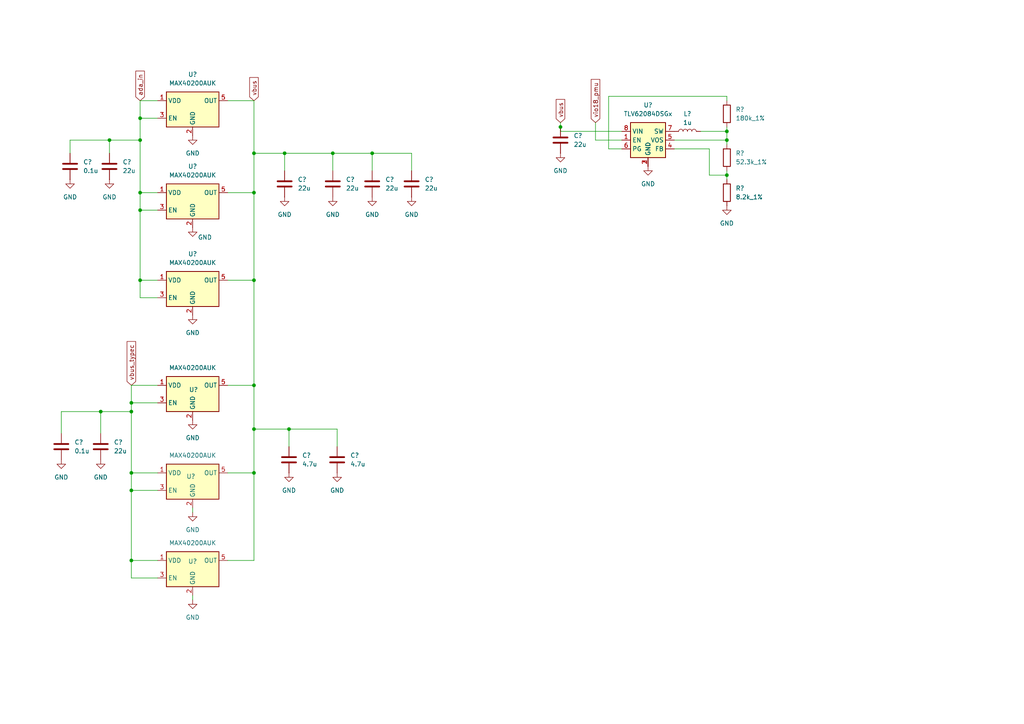
<source format=kicad_sch>
(kicad_sch (version 20250114) (generator "eeschema") (generator_version "9.0")
  (paper "A4")
  (lib_symbols
    (symbol "Analog_Switch:MAX40200AUK"
      (property "Reference" "U" (at -6.35 6.35 0))
      (property "Value" "MAX40200AUK" (at 7.62 6.35 0))
      (symbol "MAX40200AUK_1_1"
        (rectangle (start -7.62 -5.08) (end 7.62 5.08) (stroke (width 0.254)) (fill (type background)))
        (pin power_in line (at -10.16 2.54 0) (length 2.54) (name "VDD") (number "1"))
        (pin input line (at -10.16 -2.54 0) (length 2.54) (name "EN") (number "3"))
        (pin power_in line (at 0 -7.62 90) (length 2.54) (name "GND") (number "2"))
        (pin no_connect line (at 7.62 -2.54 180) (length 2.54) (hide yes) (name "NC") (number "4"))
        (pin passive line (at 10.16 2.54 180) (length 2.54) (name "OUT") (number "5"))
      )
    )
    (symbol "Device:C" (pin_numbers (hide yes)) (pin_names (offset 0.254))
      (property "Reference" "C" (at 0.635 2.54 0))
      (property "Value" "C" (at 0.635 -2.54 0))
      (symbol "C_0_1"
        (polyline (pts (xy -2.032 0.762) (xy 2.032 0.762)) (stroke (width 0.508)))
        (polyline (pts (xy -2.032 -0.762) (xy 2.032 -0.762)) (stroke (width 0.508)))
      )
      (symbol "C_1_1"
        (pin passive line (at 0 3.81 270) (length 2.794) (name "~") (number "1"))
        (pin passive line (at 0 -3.81 90) (length 2.794) (name "~") (number "2"))
      )
    )
    (symbol "Device:L" (pin_numbers (hide yes)) (pin_names (offset 1.016) (hide yes))
      (property "Reference" "L" (at -1.27 0 90))
      (property "Value" "L" (at 1.905 0 90))
      (symbol "L_0_1"
        (arc (start 0 2.54) (mid 0.6323 1.905) (end 0 1.27))
        (arc (start 0 1.27) (mid 0.6323 0.635) (end 0 0))
        (arc (start 0 0) (mid 0.6323 -0.635) (end 0 -1.27))
        (arc (start 0 -1.27) (mid 0.6323 -1.905) (end 0 -2.54))
      )
      (symbol "L_1_1"
        (pin passive line (at 0 3.81 270) (length 1.27) (name "1") (number "1"))
        (pin passive line (at 0 -3.81 90) (length 1.27) (name "2") (number "2"))
      )
    )
    (symbol "Device:R" (pin_numbers (hide yes)) (pin_names (offset 0))
      (property "Reference" "R" (at 2.032 0 90))
      (property "Value" "R" (at 0 0 90))
      (symbol "R_0_1"
        (rectangle (start -1.016 -2.54) (end 1.016 2.54) (stroke (width 0.254)))
      )
      (symbol "R_1_1"
        (pin passive line (at 0 3.81 270) (length 1.27) (name "~") (number "1"))
        (pin passive line (at 0 -3.81 90) (length 1.27) (name "~") (number "2"))
      )
    )
    (symbol "Regulator_Switching:TLV62084DSGx"
      (property "Reference" "U" (at -3.81 6.35 0))
      (property "Value" "TLV62084DSGx" (at 7.62 6.35 0))
      (symbol "TLV62084DSGx_0_1"
        (rectangle (start -5.08 -5.08) (end 5.08 5.08) (stroke (width 0.254)) (fill (type background)))
        (pin power_in line (at -7.62 2.54 0) (length 2.54) (name "VIN") (number "8"))
        (pin input line (at -7.62 0 0) (length 2.54) (name "EN") (number "1"))
        (pin open_collector line (at -7.62 -2.54 0) (length 2.54) (name "PG") (number "6"))
        (pin power_in line (at 0 -7.62 90) (length 2.54) (name "GND") (number "2"))
        (pin power_in line (at 0 -7.62 90) (length 2.54) (name "GND") (number "3"))
        (pin passive line (at 0 -7.62 90) (length 2.54) (hide yes) (name "GND") (number "9"))
        (pin power_out line (at 7.62 2.54 180) (length 2.54) (name "SW") (number "7"))
        (pin input line (at 7.62 0 180) (length 2.54) (name "VOS") (number "5"))
        (pin input line (at 7.62 -2.54 180) (length 2.54) (name "FB") (number "4"))
      )
    )
    (symbol "power:GND" (power) (pin_numbers (hide yes)) (pin_names (offset 0) (hide yes))
      (property "Value" "GND" (at 0 -3.81 0))
      (symbol "GND_0_1"
        (polyline (pts (xy 0 0) (xy 0 -1.27) (xy 1.27 -1.27) (xy 0 -2.54) (xy -1.27 -1.27) (xy 0 -1.27)))
      )
      (symbol "GND_1_1"
        (pin power_in line (at 0 0 270) (length 0) (name "~") (number "1"))
      )
    )
  )
  (junction (at 107.95 44.45))
  (junction (at 210.82 38.1))
  (junction (at 73.66 111.76))
  (junction (at 82.55 44.45))
  (junction (at 31.75 40.64))
  (junction (at 83.82 124.46))
  (junction (at 73.66 81.28))
  (junction (at 73.66 124.46))
  (junction (at 29.21 119.38))
  (junction (at 73.66 137.16))
  (junction (at 40.64 60.96))
  (junction (at 73.66 44.45))
  (junction (at 38.1 137.16))
  (junction (at 210.82 50.8))
  (junction (at 38.1 116.84))
  (junction (at 40.64 34.29))
  (junction (at 40.64 81.28))
  (junction (at 40.64 40.64))
  (junction (at 210.82 40.64))
  (junction (at 38.1 142.24))
  (junction (at 73.66 55.88))
  (junction (at 162.56 36.83))
  (junction (at 38.1 162.56))
  (junction (at 96.52 44.45))
  (junction (at 40.64 55.88))
  (junction (at 38.1 119.38))
  (wire (pts (xy 31.75 40.64) (xy 31.75 44.45)))
  (wire (pts (xy 40.64 81.28) (xy 45.72 81.28)))
  (wire (pts (xy 20.32 40.64) (xy 31.75 40.64)))
  (wire (pts (xy 40.64 29.21) (xy 40.64 34.29)))
  (wire (pts (xy 40.64 81.28) (xy 40.64 86.36)))
  (wire (pts (xy 40.64 55.88) (xy 45.72 55.88)))
  (wire (pts (xy 82.55 49.53) (xy 82.55 44.45)))
  (wire (pts (xy 40.64 55.88) (xy 40.64 60.96)))
  (wire (pts (xy 66.04 55.88) (xy 73.66 55.88)))
  (wire (pts (xy 40.64 40.64) (xy 40.64 55.88)))
  (wire (pts (xy 38.1 137.16) (xy 45.72 137.16)))
  (wire (pts (xy 66.04 29.21) (xy 73.66 29.21)))
  (wire (pts (xy 210.82 50.8) (xy 210.82 52.07)))
  (wire (pts (xy 29.21 119.38) (xy 38.1 119.38)))
  (wire (pts (xy 31.75 40.64) (xy 40.64 40.64)))
  (wire (pts (xy 176.53 27.94) (xy 210.82 27.94)))
  (wire (pts (xy 40.64 34.29) (xy 45.72 34.29)))
  (wire (pts (xy 38.1 162.56) (xy 45.72 162.56)))
  (wire (pts (xy 38.1 167.64) (xy 45.72 167.64)))
  (wire (pts (xy 40.64 86.36) (xy 45.72 86.36)))
  (wire (pts (xy 66.04 137.16) (xy 73.66 137.16)))
  (wire (pts (xy 17.78 125.73) (xy 17.78 119.38)))
  (wire (pts (xy 38.1 142.24) (xy 38.1 162.56)))
  (wire (pts (xy 73.66 44.45) (xy 73.66 55.88)))
  (wire (pts (xy 162.56 38.1) (xy 162.56 36.83)))
  (wire (pts (xy 195.58 43.18) (xy 205.74 43.18)))
  (wire (pts (xy 210.82 36.83) (xy 210.82 38.1)))
  (wire (pts (xy 66.04 81.28) (xy 73.66 81.28)))
  (wire (pts (xy 172.72 40.64) (xy 180.34 40.64)))
  (wire (pts (xy 29.21 119.38) (xy 29.21 125.73)))
  (wire (pts (xy 40.64 34.29) (xy 40.64 40.64)))
  (wire (pts (xy 66.04 111.76) (xy 73.66 111.76)))
  (wire (pts (xy 73.66 44.45) (xy 82.55 44.45)))
  (wire (pts (xy 119.38 44.45) (xy 119.38 49.53)))
  (wire (pts (xy 162.56 38.1) (xy 180.34 38.1)))
  (wire (pts (xy 96.52 44.45) (xy 107.95 44.45)))
  (wire (pts (xy 73.66 124.46) (xy 83.82 124.46)))
  (wire (pts (xy 195.58 40.64) (xy 210.82 40.64)))
  (wire (pts (xy 210.82 41.91) (xy 210.82 40.64)))
  (wire (pts (xy 205.74 43.18) (xy 205.74 50.8)))
  (wire (pts (xy 55.88 148.59) (xy 55.88 147.32)))
  (wire (pts (xy 38.1 162.56) (xy 38.1 167.64)))
  (wire (pts (xy 205.74 50.8) (xy 210.82 50.8)))
  (wire (pts (xy 210.82 38.1) (xy 210.82 40.64)))
  (wire (pts (xy 73.66 162.56) (xy 66.04 162.56)))
  (wire (pts (xy 40.64 60.96) (xy 45.72 60.96)))
  (wire (pts (xy 38.1 142.24) (xy 45.72 142.24)))
  (wire (pts (xy 38.1 137.16) (xy 38.1 142.24)))
  (wire (pts (xy 162.56 35.56) (xy 162.56 36.83)))
  (wire (pts (xy 83.82 124.46) (xy 97.79 124.46)))
  (wire (pts (xy 82.55 44.45) (xy 96.52 44.45)))
  (wire (pts (xy 38.1 116.84) (xy 38.1 119.38)))
  (wire (pts (xy 38.1 119.38) (xy 38.1 137.16)))
  (wire (pts (xy 210.82 49.53) (xy 210.82 50.8)))
  (wire (pts (xy 38.1 111.76) (xy 38.1 116.84)))
  (wire (pts (xy 73.66 55.88) (xy 73.66 81.28)))
  (wire (pts (xy 45.72 29.21) (xy 40.64 29.21)))
  (wire (pts (xy 107.95 44.45) (xy 107.95 49.53)))
  (wire (pts (xy 73.66 81.28) (xy 73.66 111.76)))
  (wire (pts (xy 210.82 27.94) (xy 210.82 29.21)))
  (wire (pts (xy 203.2 38.1) (xy 210.82 38.1)))
  (wire (pts (xy 107.95 44.45) (xy 119.38 44.45)))
  (wire (pts (xy 83.82 124.46) (xy 83.82 129.54)))
  (wire (pts (xy 17.78 119.38) (xy 29.21 119.38)))
  (wire (pts (xy 73.66 137.16) (xy 73.66 162.56)))
  (wire (pts (xy 96.52 44.45) (xy 96.52 49.53)))
  (wire (pts (xy 45.72 111.76) (xy 38.1 111.76)))
  (wire (pts (xy 73.66 29.21) (xy 73.66 44.45)))
  (wire (pts (xy 73.66 111.76) (xy 73.66 124.46)))
  (wire (pts (xy 176.53 43.18) (xy 176.53 27.94)))
  (wire (pts (xy 40.64 60.96) (xy 40.64 81.28)))
  (wire (pts (xy 180.34 43.18) (xy 176.53 43.18)))
  (wire (pts (xy 38.1 116.84) (xy 45.72 116.84)))
  (wire (pts (xy 73.66 124.46) (xy 73.66 137.16)))
  (wire (pts (xy 172.72 35.56) (xy 172.72 40.64)))
  (wire (pts (xy 20.32 44.45) (xy 20.32 40.64)))
  (wire (pts (xy 97.79 124.46) (xy 97.79 129.54)))
  (wire (pts (xy 55.88 172.72) (xy 55.88 173.99)))
  (global_label "vbus_typec" (shape input) (at 38.1 111.76 90) (property "Intersheetrefs" "${INTERSHEET_REFS}" (effects (hide yes))))
  (global_label "vbus" (shape input) (at 162.56 35.56 90) (property "Intersheetrefs" "${INTERSHEET_REFS}" (effects (hide yes))))
  (global_label "vio18_pmu" (shape input) (at 172.72 35.56 90) (property "Intersheetrefs" "${INTERSHEET_REFS}" (effects (hide yes))))
  (global_label "ada_in" (shape input) (at 40.64 29.21 90) (property "Intersheetrefs" "${INTERSHEET_REFS}" (effects (hide yes))))
  (global_label "vbus" (shape input) (at 73.66 29.21 90) (property "Intersheetrefs" "${INTERSHEET_REFS}" (effects (hide yes))))
  (symbol (lib_id "Device:C") (at 97.79 133.35 0) (unit 1)
    (property "Reference" "C?" (at 101.6 132.0799 0) (effects (justify left)))
    (property "Value" "4.7u" (at 101.6 134.6199 0) (effects (justify left)))
    (property "Description" "Unpolarized capacitor" (effects (hide yes)))
  )
  (symbol (lib_id "Device:C") (at 29.21 129.54 0) (unit 1)
    (property "Reference" "C?" (at 33.02 128.2699 0) (effects (justify left)))
    (property "Value" "22u" (at 33.02 130.8099 0) (effects (justify left)))
    (property "Description" "Unpolarized capacitor" (effects (hide yes)))
  )
  (symbol (lib_id "power:GND") (at 20.32 52.07 0) (unit 1)
    (property "Reference" "#PWR?" (effects (hide yes)))
    (property "Value" "GND" (at 20.32 57.15 0))
    (property "Description" "Power symbol creates a global label with name \"GND\" , ground" (effects (hide yes)))
  )
  (symbol (lib_id "power:GND") (at 55.88 173.99 0) (unit 1)
    (property "Reference" "#PWR?" (effects (hide yes)))
    (property "Value" "GND" (at 55.88 179.07 0))
    (property "Description" "Power symbol creates a global label with name \"GND\" , ground" (effects (hide yes)))
  )
  (symbol (lib_id "power:GND") (at 187.96 48.26 0) (unit 1)
    (property "Reference" "#PWR?" (effects (hide yes)))
    (property "Value" "GND" (at 187.96 53.34 0))
    (property "Description" "Power symbol creates a global label with name \"GND\" , ground" (effects (hide yes)))
  )
  (symbol (lib_id "power:GND") (at 162.56 44.45 0) (unit 1)
    (property "Reference" "#PWR?" (effects (hide yes)))
    (property "Value" "GND" (at 162.56 49.53 0))
    (property "Description" "Power symbol creates a global label with name \"GND\" , ground" (effects (hide yes)))
  )
  (symbol (lib_id "Regulator_Switching:TLV62084DSGx") (at 187.96 40.64 0) (unit 1)
    (property "Reference" "U?" (at 187.96 30.48 0))
    (property "Value" "TLV62084DSGx" (at 187.96 33.02 0))
    (property "Footprint" "Package_SON:WSON-8-1EP_2x2mm_P0.5mm_EP0.9x1.6mm" (effects (hide yes)))
    (property "Datasheet" "http://www.ti.com/lit/ds/symlink/tlv62080.pdf" (effects (hide yes)))
    (property "Description" "High-efficiency Step-down Converter" (effects (hide yes)))
  )
  (symbol (lib_id "power:GND") (at 107.95 57.15 0) (unit 1)
    (property "Reference" "#PWR?" (effects (hide yes)))
    (property "Value" "GND" (at 107.95 62.23 0))
    (property "Description" "Power symbol creates a global label with name \"GND\" , ground" (effects (hide yes)))
  )
  (symbol (lib_id "Analog_Switch:MAX40200AUK") (at 55.88 139.7 0) (unit 1)
    (property "Reference" "U?" (at 55.372 138.176 0))
    (property "Value" "MAX40200AUK" (at 55.88 132.08 0))
    (property "Footprint" "Package_TO_SOT_SMD:SOT-23-5" (effects (hide yes)))
    (property "Datasheet" "https://datasheets.maximintegrated.com/en/ds/MAX40200.pdf" (effects (hide yes)))
    (property "Description" "Ideal Diode, Ultra-Low Voltage Drop, 1.5-5.5V, 1A, SOT-23-5" (effects (hide yes)))
  )
  (symbol (lib_id "Device:C") (at 107.95 53.34 0) (unit 1)
    (property "Reference" "C?" (at 111.76 52.0699 0) (effects (justify left)))
    (property "Value" "22u" (at 111.76 54.6099 0) (effects (justify left)))
    (property "Description" "Unpolarized capacitor" (effects (hide yes)))
  )
  (symbol (lib_id "power:GND") (at 55.88 66.04 0) (unit 1)
    (property "Reference" "#PWR?" (effects (hide yes)))
    (property "Value" "GND" (at 59.436 68.834 0))
    (property "Description" "Power symbol creates a global label with name \"GND\" , ground" (effects (hide yes)))
  )
  (symbol (lib_id "Device:C") (at 162.56 40.64 0) (unit 1)
    (property "Reference" "C?" (at 166.37 39.3699 0) (effects (justify left)))
    (property "Value" "22u" (at 166.37 41.9099 0) (effects (justify left)))
    (property "Description" "Unpolarized capacitor" (effects (hide yes)))
  )
  (symbol (lib_id "Analog_Switch:MAX40200AUK") (at 55.88 58.42 0) (unit 1)
    (property "Reference" "U?" (at 55.88 48.26 0))
    (property "Value" "MAX40200AUK" (at 55.88 50.8 0))
    (property "Footprint" "Package_TO_SOT_SMD:SOT-23-5" (effects (hide yes)))
    (property "Datasheet" "https://datasheets.maximintegrated.com/en/ds/MAX40200.pdf" (effects (hide yes)))
    (property "Description" "Ideal Diode, Ultra-Low Voltage Drop, 1.5-5.5V, 1A, SOT-23-5" (effects (hide yes)))
  )
  (symbol (lib_id "Analog_Switch:MAX40200AUK") (at 55.88 31.75 0) (unit 1)
    (property "Reference" "U?" (at 55.88 21.59 0))
    (property "Value" "MAX40200AUK" (at 55.88 24.13 0))
    (property "Footprint" "Package_TO_SOT_SMD:SOT-23-5" (effects (hide yes)))
    (property "Datasheet" "https://datasheets.maximintegrated.com/en/ds/MAX40200.pdf" (effects (hide yes)))
    (property "Description" "Ideal Diode, Ultra-Low Voltage Drop, 1.5-5.5V, 1A, SOT-23-5" (effects (hide yes)))
  )
  (symbol (lib_id "power:GND") (at 97.79 137.16 0) (unit 1)
    (property "Reference" "#PWR?" (effects (hide yes)))
    (property "Value" "GND" (at 97.79 142.24 0))
    (property "Description" "Power symbol creates a global label with name \"GND\" , ground" (effects (hide yes)))
  )
  (symbol (lib_id "power:GND") (at 31.75 52.07 0) (unit 1)
    (property "Reference" "#PWR?" (effects (hide yes)))
    (property "Value" "GND" (at 31.75 57.15 0))
    (property "Description" "Power symbol creates a global label with name \"GND\" , ground" (effects (hide yes)))
  )
  (symbol (lib_id "Analog_Switch:MAX40200AUK") (at 55.88 165.1 0) (unit 1)
    (property "Reference" "U?" (at 55.88 162.814 0))
    (property "Value" "MAX40200AUK" (at 55.88 157.48 0))
    (property "Footprint" "Package_TO_SOT_SMD:SOT-23-5" (effects (hide yes)))
    (property "Datasheet" "https://datasheets.maximintegrated.com/en/ds/MAX40200.pdf" (effects (hide yes)))
    (property "Description" "Ideal Diode, Ultra-Low Voltage Drop, 1.5-5.5V, 1A, SOT-23-5" (effects (hide yes)))
  )
  (symbol (lib_id "power:GND") (at 83.82 137.16 0) (unit 1)
    (property "Reference" "#PWR?" (effects (hide yes)))
    (property "Value" "GND" (at 83.82 142.24 0))
    (property "Description" "Power symbol creates a global label with name \"GND\" , ground" (effects (hide yes)))
  )
  (symbol (lib_id "Device:L") (at 199.39 38.1 90) (unit 1)
    (property "Reference" "L?" (at 199.39 33.02 90))
    (property "Value" "1u" (at 199.39 35.56 90))
    (property "Description" "Inductor" (effects (hide yes)))
  )
  (symbol (lib_id "Device:C") (at 20.32 48.26 0) (unit 1)
    (property "Reference" "C?" (at 24.13 46.9899 0) (effects (justify left)))
    (property "Value" "0.1u" (at 24.13 49.5299 0) (effects (justify left)))
    (property "Description" "Unpolarized capacitor" (effects (hide yes)))
  )
  (symbol (lib_id "Device:C") (at 82.55 53.34 0) (unit 1)
    (property "Reference" "C?" (at 86.36 52.0699 0) (effects (justify left)))
    (property "Value" "22u" (at 86.36 54.6099 0) (effects (justify left)))
    (property "Description" "Unpolarized capacitor" (effects (hide yes)))
  )
  (symbol (lib_id "power:GND") (at 17.78 133.35 0) (unit 1)
    (property "Reference" "#PWR?" (effects (hide yes)))
    (property "Value" "GND" (at 17.78 138.43 0))
    (property "Description" "Power symbol creates a global label with name \"GND\" , ground" (effects (hide yes)))
  )
  (symbol (lib_id "power:GND") (at 210.82 59.69 0) (unit 1)
    (property "Reference" "#PWR?" (effects (hide yes)))
    (property "Value" "GND" (at 210.82 64.77 0))
    (property "Description" "Power symbol creates a global label with name \"GND\" , ground" (effects (hide yes)))
  )
  (symbol (lib_id "power:GND") (at 55.88 39.37 0) (unit 1)
    (property "Reference" "#PWR?" (effects (hide yes)))
    (property "Value" "GND" (at 55.88 44.45 0))
    (property "Description" "Power symbol creates a global label with name \"GND\" , ground" (effects (hide yes)))
  )
  (symbol (lib_id "Device:C") (at 119.38 53.34 0) (unit 1)
    (property "Reference" "C?" (at 123.19 52.0699 0) (effects (justify left)))
    (property "Value" "22u" (at 123.19 54.6099 0) (effects (justify left)))
    (property "Description" "Unpolarized capacitor" (effects (hide yes)))
  )
  (symbol (lib_id "power:GND") (at 55.88 121.92 0) (unit 1)
    (property "Reference" "#PWR?" (effects (hide yes)))
    (property "Value" "GND" (at 55.88 127 0))
    (property "Description" "Power symbol creates a global label with name \"GND\" , ground" (effects (hide yes)))
  )
  (symbol (lib_id "Device:C") (at 17.78 129.54 0) (unit 1)
    (property "Reference" "C?" (at 21.59 128.2699 0) (effects (justify left)))
    (property "Value" "0.1u" (at 21.59 130.8099 0) (effects (justify left)))
    (property "Description" "Unpolarized capacitor" (effects (hide yes)))
  )
  (symbol (lib_id "Device:C") (at 83.82 133.35 0) (unit 1)
    (property "Reference" "C?" (at 87.63 132.0799 0) (effects (justify left)))
    (property "Value" "4.7u" (at 87.63 134.6199 0) (effects (justify left)))
    (property "Description" "Unpolarized capacitor" (effects (hide yes)))
  )
  (symbol (lib_id "Device:R") (at 210.82 33.02 0) (unit 1)
    (property "Reference" "R?" (at 213.36 31.7499 0) (effects (justify left)))
    (property "Value" "180k_1%" (at 213.36 34.2899 0) (effects (justify left)))
    (property "Description" "Resistor" (effects (hide yes)))
  )
  (symbol (lib_id "power:GND") (at 55.88 91.44 0) (unit 1)
    (property "Reference" "#PWR?" (effects (hide yes)))
    (property "Value" "GND" (at 55.88 96.52 0))
    (property "Description" "Power symbol creates a global label with name \"GND\" , ground" (effects (hide yes)))
  )
  (symbol (lib_id "power:GND") (at 29.21 133.35 0) (unit 1)
    (property "Reference" "#PWR?" (effects (hide yes)))
    (property "Value" "GND" (at 29.21 138.43 0))
    (property "Description" "Power symbol creates a global label with name \"GND\" , ground" (effects (hide yes)))
  )
  (symbol (lib_id "power:GND") (at 55.88 148.59 0) (unit 1)
    (property "Reference" "#PWR?" (effects (hide yes)))
    (property "Value" "GND" (at 55.88 153.67 0))
    (property "Description" "Power symbol creates a global label with name \"GND\" , ground" (effects (hide yes)))
  )
  (symbol (lib_id "Analog_Switch:MAX40200AUK") (at 55.88 83.82 0) (unit 1)
    (property "Reference" "U?" (at 55.88 73.66 0))
    (property "Value" "MAX40200AUK" (at 55.88 76.2 0))
    (property "Footprint" "Package_TO_SOT_SMD:SOT-23-5" (effects (hide yes)))
    (property "Datasheet" "https://datasheets.maximintegrated.com/en/ds/MAX40200.pdf" (effects (hide yes)))
    (property "Description" "Ideal Diode, Ultra-Low Voltage Drop, 1.5-5.5V, 1A, SOT-23-5" (effects (hide yes)))
  )
  (symbol (lib_id "power:GND") (at 82.55 57.15 0) (unit 1)
    (property "Reference" "#PWR?" (effects (hide yes)))
    (property "Value" "GND" (at 82.55 62.23 0))
    (property "Description" "Power symbol creates a global label with name \"GND\" , ground" (effects (hide yes)))
  )
  (symbol (lib_id "power:GND") (at 119.38 57.15 0) (unit 1)
    (property "Reference" "#PWR?" (effects (hide yes)))
    (property "Value" "GND" (at 119.38 62.23 0))
    (property "Description" "Power symbol creates a global label with name \"GND\" , ground" (effects (hide yes)))
  )
  (symbol (lib_id "power:GND") (at 96.52 57.15 0) (unit 1)
    (property "Reference" "#PWR?" (effects (hide yes)))
    (property "Value" "GND" (at 96.52 62.23 0))
    (property "Description" "Power symbol creates a global label with name \"GND\" , ground" (effects (hide yes)))
  )
  (symbol (lib_id "Device:R") (at 210.82 45.72 0) (unit 1)
    (property "Reference" "R?" (at 213.36 44.4499 0) (effects (justify left)))
    (property "Value" "52.3k_1%" (at 213.36 46.9899 0) (effects (justify left)))
    (property "Description" "Resistor" (effects (hide yes)))
  )
  (symbol (lib_id "Analog_Switch:MAX40200AUK") (at 55.88 114.3 0) (unit 1)
    (property "Reference" "U?" (at 56.134 113.03 0))
    (property "Value" "MAX40200AUK" (at 55.88 106.68 0))
    (property "Footprint" "Package_TO_SOT_SMD:SOT-23-5" (effects (hide yes)))
    (property "Datasheet" "https://datasheets.maximintegrated.com/en/ds/MAX40200.pdf" (effects (hide yes)))
    (property "Description" "Ideal Diode, Ultra-Low Voltage Drop, 1.5-5.5V, 1A, SOT-23-5" (effects (hide yes)))
  )
  (symbol (lib_id "Device:R") (at 210.82 55.88 0) (unit 1)
    (property "Reference" "R?" (at 213.36 54.6099 0) (effects (justify left)))
    (property "Value" "8.2k_1%" (at 213.36 57.1499 0) (effects (justify left)))
    (property "Description" "Resistor" (effects (hide yes)))
  )
  (symbol (lib_id "Device:C") (at 31.75 48.26 0) (unit 1)
    (property "Reference" "C?" (at 35.56 46.9899 0) (effects (justify left)))
    (property "Value" "22u" (at 35.56 49.5299 0) (effects (justify left)))
    (property "Description" "Unpolarized capacitor" (effects (hide yes)))
  )
  (symbol (lib_id "Device:C") (at 96.52 53.34 0) (unit 1)
    (property "Reference" "C?" (at 100.33 52.0699 0) (effects (justify left)))
    (property "Value" "22u" (at 100.33 54.6099 0) (effects (justify left)))
    (property "Description" "Unpolarized capacitor" (effects (hide yes)))
  )
)
</source>
